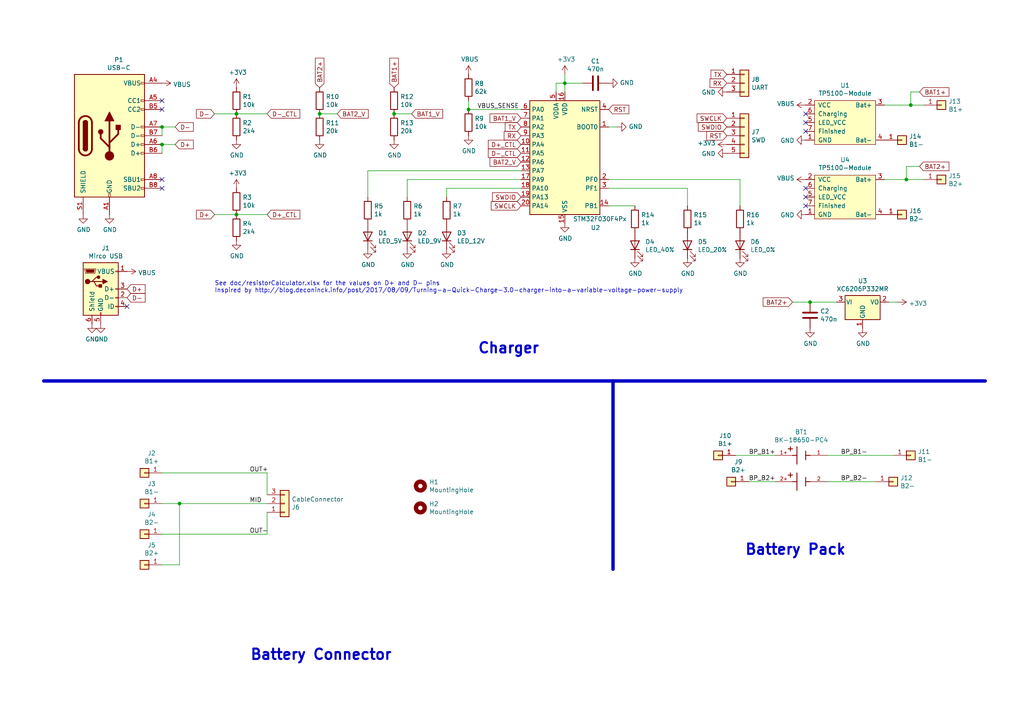
<source format=kicad_sch>
(kicad_sch (version 20230121) (generator eeschema)
  (paper "A4")
  (lib_symbols
    (symbol "Connector:USB_B_Micro" (pin_names (offset 1.016))
      (property "Reference" "J" (at -5.08 11.43 0))
      (property "Value" "USB_B_Micro" (at -5.08 8.89 0))
      (symbol "USB_B_Micro_0_1"
        (rectangle (start -5.08 -7.62) (end 5.08 7.62) (stroke (width 0.254)) (fill (type background)))
        (circle (center -3.81 2.159) (radius 0.635) (stroke (width 0.254)) (fill (type outline)))
        (circle (center -0.635 3.429) (radius 0.381) (stroke (width 0.254)) (fill (type outline)))
        (rectangle (start -0.127 -7.62) (end 0.127 -6.858))
        (polyline (pts (xy -1.905 2.159) (xy 0.635 2.159)) (stroke (width 0.254)))
        (polyline (pts (xy -3.175 2.159) (xy -2.54 2.159) (xy -1.27 3.429) (xy -0.635 3.429)) (stroke (width 0.254)))
        (polyline (pts (xy -2.54 2.159) (xy -1.905 2.159) (xy -1.27 0.889) (xy 0 0.889)) (stroke (width 0.254)))
        (polyline (pts (xy 0.635 2.794) (xy 0.635 1.524) (xy 1.905 2.159) (xy 0.635 2.794)) (stroke (width 0.254)) (fill (type outline)))
        (polyline (pts (xy -4.318 5.588) (xy -1.778 5.588) (xy -2.032 4.826) (xy -4.064 4.826) (xy -4.318 5.588)) (fill (type outline)))
        (polyline (pts (xy -4.699 5.842) (xy -4.699 5.588) (xy -4.445 4.826) (xy -4.445 4.572) (xy -1.651 4.572) (xy -1.651 4.826) (xy -1.397 5.588) (xy -1.397 5.842) (xy -4.699 5.842)))
        (rectangle (start 0.254 1.27) (end -0.508 0.508) (stroke (width 0.254)) (fill (type outline)))
        (rectangle (start 5.08 -5.207) (end 4.318 -4.953))
        (rectangle (start 5.08 -2.667) (end 4.318 -2.413))
        (rectangle (start 5.08 -0.127) (end 4.318 0.127))
        (rectangle (start 5.08 4.953) (end 4.318 5.207))
      )
      (symbol "USB_B_Micro_1_1"
        (pin power_out line (at 7.62 5.08 180) (length 2.54) (name "VBUS") (number "1"))
        (pin bidirectional line (at 7.62 -2.54 180) (length 2.54) (name "D-") (number "2"))
        (pin bidirectional line (at 7.62 0 180) (length 2.54) (name "D+") (number "3"))
        (pin passive line (at 7.62 -5.08 180) (length 2.54) (name "ID") (number "4"))
        (pin power_out line (at 0 -10.16 90) (length 2.54) (name "GND") (number "5"))
        (pin passive line (at -2.54 -10.16 90) (length 2.54) (name "Shield") (number "6"))
      )
    )
    (symbol "Connector:USB_C_Receptacle_USB2.0" (pin_names (offset 1.016))
      (property "Reference" "J" (at -10.16 19.05 0))
      (property "Value" "USB_C_Receptacle_USB2.0" (at 19.05 19.05 0))
      (symbol "USB_C_Receptacle_USB2.0_0_0"
        (rectangle (start -0.254 -17.78) (end 0.254 -16.764))
        (rectangle (start 10.16 -14.986) (end 9.144 -15.494))
        (rectangle (start 10.16 -12.446) (end 9.144 -12.954))
        (rectangle (start 10.16 -4.826) (end 9.144 -5.334))
        (rectangle (start 10.16 -2.286) (end 9.144 -2.794))
        (rectangle (start 10.16 0.254) (end 9.144 -0.254))
        (rectangle (start 10.16 2.794) (end 9.144 2.286))
        (rectangle (start 10.16 7.874) (end 9.144 7.366))
        (rectangle (start 10.16 10.414) (end 9.144 9.906))
        (rectangle (start 10.16 15.494) (end 9.144 14.986))
      )
      (symbol "USB_C_Receptacle_USB2.0_0_1"
        (rectangle (start -10.16 17.78) (end 10.16 -17.78) (stroke (width 0.254)) (fill (type background)))
        (arc (start -8.89 -3.81) (mid -6.985 -5.7067) (end -5.08 -3.81) (stroke (width 0.508)))
        (arc (start -7.62 -3.81) (mid -6.985 -4.4423) (end -6.35 -3.81) (stroke (width 0.254)))
        (arc (start -7.62 -3.81) (mid -6.985 -4.4423) (end -6.35 -3.81) (stroke (width 0.254)) (fill (type outline)))
        (rectangle (start -7.62 -3.81) (end -6.35 3.81) (stroke (width 0.254)) (fill (type outline)))
        (arc (start -6.35 3.81) (mid -6.985 4.4423) (end -7.62 3.81) (stroke (width 0.254)))
        (arc (start -6.35 3.81) (mid -6.985 4.4423) (end -7.62 3.81) (stroke (width 0.254)) (fill (type outline)))
        (arc (start -5.08 3.81) (mid -6.985 5.7067) (end -8.89 3.81) (stroke (width 0.508)))
        (circle (center -2.54 1.143) (radius 0.635) (stroke (width 0.254)) (fill (type outline)))
        (circle (center 0 -5.842) (radius 1.27) (fill (type outline)))
        (polyline (pts (xy -8.89 -3.81) (xy -8.89 3.81)) (stroke (width 0.508)))
        (polyline (pts (xy -5.08 3.81) (xy -5.08 -3.81)) (stroke (width 0.508)))
        (polyline (pts (xy 0 -5.842) (xy 0 4.318)) (stroke (width 0.508)))
        (polyline (pts (xy 0 -3.302) (xy -2.54 -0.762) (xy -2.54 0.508)) (stroke (width 0.508)))
        (polyline (pts (xy 0 -2.032) (xy 2.54 0.508) (xy 2.54 1.778)) (stroke (width 0.508)))
        (polyline (pts (xy -1.27 4.318) (xy 0 6.858) (xy 1.27 4.318) (xy -1.27 4.318)) (stroke (width 0.254)) (fill (type outline)))
        (rectangle (start 1.905 1.778) (end 3.175 3.048) (stroke (width 0.254)) (fill (type outline)))
      )
      (symbol "USB_C_Receptacle_USB2.0_1_1"
        (pin passive line (at 0 -22.86 90) (length 5.08) (name "GND") (number "A1"))
        (pin passive line (at 0 -22.86 90) (length 5.08) hide (name "GND") (number "A12"))
        (pin passive line (at 15.24 15.24 180) (length 5.08) (name "VBUS") (number "A4"))
        (pin bidirectional line (at 15.24 10.16 180) (length 5.08) (name "CC1") (number "A5"))
        (pin bidirectional line (at 15.24 -2.54 180) (length 5.08) (name "D+") (number "A6"))
        (pin bidirectional line (at 15.24 2.54 180) (length 5.08) (name "D-") (number "A7"))
        (pin bidirectional line (at 15.24 -12.7 180) (length 5.08) (name "SBU1") (number "A8"))
        (pin passive line (at 15.24 15.24 180) (length 5.08) hide (name "VBUS") (number "A9"))
        (pin passive line (at 0 -22.86 90) (length 5.08) hide (name "GND") (number "B1"))
        (pin passive line (at 0 -22.86 90) (length 5.08) hide (name "GND") (number "B12"))
        (pin passive line (at 15.24 15.24 180) (length 5.08) hide (name "VBUS") (number "B4"))
        (pin bidirectional line (at 15.24 7.62 180) (length 5.08) (name "CC2") (number "B5"))
        (pin bidirectional line (at 15.24 -5.08 180) (length 5.08) (name "D+") (number "B6"))
        (pin bidirectional line (at 15.24 0 180) (length 5.08) (name "D-") (number "B7"))
        (pin bidirectional line (at 15.24 -15.24 180) (length 5.08) (name "SBU2") (number "B8"))
        (pin passive line (at 15.24 15.24 180) (length 5.08) hide (name "VBUS") (number "B9"))
        (pin passive line (at -7.62 -22.86 90) (length 5.08) (name "SHIELD") (number "S1"))
      )
    )
    (symbol "Connector_Generic:Conn_01x01" (pin_names (offset 1.016) hide)
      (property "Reference" "J" (at 0 2.54 0))
      (property "Value" "Conn_01x01" (at 0 -2.54 0))
      (symbol "Conn_01x01_1_1"
        (rectangle (start -1.27 0.127) (end 0 -0.127) (stroke (width 0.1524)))
        (rectangle (start -1.27 1.27) (end 1.27 -1.27) (stroke (width 0.254)) (fill (type background)))
        (pin passive line (at -5.08 0 0) (length 3.81) (name "Pin_1") (number "1"))
      )
    )
    (symbol "Connector_Generic:Conn_01x03" (pin_names (offset 1.016) hide)
      (property "Reference" "J" (at 0 5.08 0))
      (property "Value" "Conn_01x03" (at 0 -5.08 0))
      (symbol "Conn_01x03_1_1"
        (rectangle (start -1.27 -2.413) (end 0 -2.667) (stroke (width 0.1524)))
        (rectangle (start -1.27 0.127) (end 0 -0.127) (stroke (width 0.1524)))
        (rectangle (start -1.27 2.667) (end 0 2.413) (stroke (width 0.1524)))
        (rectangle (start -1.27 3.81) (end 1.27 -3.81) (stroke (width 0.254)) (fill (type background)))
        (pin passive line (at -5.08 2.54 0) (length 3.81) (name "Pin_1") (number "1"))
        (pin passive line (at -5.08 0 0) (length 3.81) (name "Pin_2") (number "2"))
        (pin passive line (at -5.08 -2.54 0) (length 3.81) (name "Pin_3") (number "3"))
      )
    )
    (symbol "Connector_Generic:Conn_01x05" (pin_names (offset 1.016) hide)
      (property "Reference" "J" (at 0 7.62 0))
      (property "Value" "Conn_01x05" (at 0 -7.62 0))
      (symbol "Conn_01x05_1_1"
        (rectangle (start -1.27 -4.953) (end 0 -5.207) (stroke (width 0.1524)))
        (rectangle (start -1.27 -2.413) (end 0 -2.667) (stroke (width 0.1524)))
        (rectangle (start -1.27 0.127) (end 0 -0.127) (stroke (width 0.1524)))
        (rectangle (start -1.27 2.667) (end 0 2.413) (stroke (width 0.1524)))
        (rectangle (start -1.27 5.207) (end 0 4.953) (stroke (width 0.1524)))
        (rectangle (start -1.27 6.35) (end 1.27 -6.35) (stroke (width 0.254)) (fill (type background)))
        (pin passive line (at -5.08 5.08 0) (length 3.81) (name "Pin_1") (number "1"))
        (pin passive line (at -5.08 2.54 0) (length 3.81) (name "Pin_2") (number "2"))
        (pin passive line (at -5.08 0 0) (length 3.81) (name "Pin_3") (number "3"))
        (pin passive line (at -5.08 -2.54 0) (length 3.81) (name "Pin_4") (number "4"))
        (pin passive line (at -5.08 -5.08 0) (length 3.81) (name "Pin_5") (number "5"))
      )
    )
    (symbol "Device:C" (pin_numbers hide) (pin_names (offset 0.254))
      (property "Reference" "C" (at 0.635 2.54 0))
      (property "Value" "C" (at 0.635 -2.54 0))
      (symbol "C_0_1"
        (polyline (pts (xy -2.032 -0.762) (xy 2.032 -0.762)) (stroke (width 0.508)))
        (polyline (pts (xy -2.032 0.762) (xy 2.032 0.762)) (stroke (width 0.508)))
      )
      (symbol "C_1_1"
        (pin passive line (at 0 3.81 270) (length 2.794) (name "~") (number "1"))
        (pin passive line (at 0 -3.81 90) (length 2.794) (name "~") (number "2"))
      )
    )
    (symbol "Device:LED" (pin_numbers hide) (pin_names (offset 1.016) hide)
      (property "Reference" "D" (at 0 2.54 0))
      (property "Value" "LED" (at 0 -2.54 0))
      (symbol "LED_0_1"
        (polyline (pts (xy -1.27 -1.27) (xy -1.27 1.27)) (stroke (width 0.254)))
        (polyline (pts (xy -1.27 0) (xy 1.27 0)))
        (polyline (pts (xy 1.27 -1.27) (xy 1.27 1.27) (xy -1.27 0) (xy 1.27 -1.27)) (stroke (width 0.254)))
        (polyline (pts (xy -3.048 -0.762) (xy -4.572 -2.286) (xy -3.81 -2.286) (xy -4.572 -2.286) (xy -4.572 -1.524)))
        (polyline (pts (xy -1.778 -0.762) (xy -3.302 -2.286) (xy -2.54 -2.286) (xy -3.302 -2.286) (xy -3.302 -1.524)))
      )
      (symbol "LED_1_1"
        (pin passive line (at -3.81 0 0) (length 2.54) (name "K") (number "1"))
        (pin passive line (at 3.81 0 180) (length 2.54) (name "A") (number "2"))
      )
    )
    (symbol "Device:R" (pin_numbers hide) (pin_names (offset 0))
      (property "Reference" "R" (at 2.032 0 90))
      (property "Value" "R" (at 0 0 90))
      (symbol "R_0_1"
        (rectangle (start -1.016 -2.54) (end 1.016 2.54) (stroke (width 0.254)))
      )
      (symbol "R_1_1"
        (pin passive line (at 0 3.81 270) (length 1.27) (name "~") (number "1"))
        (pin passive line (at 0 -3.81 90) (length 1.27) (name "~") (number "2"))
      )
    )
    (symbol "MCU_ST_STM32F0:STM32F030F4Px"
      (property "Reference" "U" (at -10.16 16.51 0))
      (property "Value" "STM32F030F4Px" (at 5.08 16.51 0))
      (symbol "STM32F030F4Px_0_1"
        (rectangle (start -10.16 -17.78) (end 10.16 15.24) (stroke (width 0.254)) (fill (type background)))
      )
      (symbol "STM32F030F4Px_1_1"
        (pin input line (at -12.7 7.62 0) (length 2.54) (name "BOOT0") (number "1"))
        (pin bidirectional line (at 12.7 2.54 180) (length 2.54) (name "PA4") (number "10"))
        (pin bidirectional line (at 12.7 0 180) (length 2.54) (name "PA5") (number "11"))
        (pin bidirectional line (at 12.7 -2.54 180) (length 2.54) (name "PA6") (number "12"))
        (pin bidirectional line (at 12.7 -5.08 180) (length 2.54) (name "PA7") (number "13"))
        (pin bidirectional line (at -12.7 -15.24 0) (length 2.54) (name "PB1") (number "14"))
        (pin power_in line (at 0 -20.32 90) (length 2.54) (name "VSS") (number "15"))
        (pin power_in line (at 0 17.78 270) (length 2.54) (name "VDD") (number "16"))
        (pin bidirectional line (at 12.7 -7.62 180) (length 2.54) (name "PA9") (number "17"))
        (pin bidirectional line (at 12.7 -10.16 180) (length 2.54) (name "PA10") (number "18"))
        (pin bidirectional line (at 12.7 -12.7 180) (length 2.54) (name "PA13") (number "19"))
        (pin input line (at -12.7 -7.62 0) (length 2.54) (name "PF0") (number "2"))
        (pin bidirectional line (at 12.7 -15.24 180) (length 2.54) (name "PA14") (number "20"))
        (pin input line (at -12.7 -10.16 0) (length 2.54) (name "PF1") (number "3"))
        (pin input line (at -12.7 12.7 0) (length 2.54) (name "NRST") (number "4"))
        (pin power_in line (at 2.54 17.78 270) (length 2.54) (name "VDDA") (number "5"))
        (pin bidirectional line (at 12.7 12.7 180) (length 2.54) (name "PA0") (number "6"))
        (pin bidirectional line (at 12.7 10.16 180) (length 2.54) (name "PA1") (number "7"))
        (pin bidirectional line (at 12.7 7.62 180) (length 2.54) (name "PA2") (number "8"))
        (pin bidirectional line (at 12.7 5.08 180) (length 2.54) (name "PA3") (number "9"))
      )
    )
    (symbol "Mechanical:MountingHole" (pin_names (offset 1.016))
      (property "Reference" "H" (at 0 5.08 0))
      (property "Value" "MountingHole" (at 0 3.175 0))
      (symbol "MountingHole_0_1"
        (circle (center 0 0) (radius 1.27) (stroke (width 1.27)))
      )
    )
    (symbol "Regulator_Linear:XC6206PxxxMR" (pin_names (offset 0.254))
      (property "Reference" "U" (at -3.81 3.175 0))
      (property "Value" "XC6206PxxxMR" (at 0 3.175 0))
      (symbol "XC6206PxxxMR_0_1"
        (rectangle (start -5.08 1.905) (end 5.08 -5.08) (stroke (width 0.254)) (fill (type background)))
      )
      (symbol "XC6206PxxxMR_1_1"
        (pin power_in line (at 0 -7.62 90) (length 2.54) (name "GND") (number "1"))
        (pin power_out line (at 7.62 0 180) (length 2.54) (name "VO") (number "2"))
        (pin power_in line (at -7.62 0 0) (length 2.54) (name "VI") (number "3"))
      )
    )
    (symbol "batteryPack:BK-18650-PC4" (pin_names (offset 1.016) hide)
      (property "Reference" "BT" (at -3.81 6.35 0))
      (property "Value" "BK-18650-PC4" (at -3.81 -10.16 0))
      (symbol "BK-18650-PC4_0_0"
        (polyline (pts (xy -3.81 -3.175) (xy -2.54 -3.175)) (stroke (width 0.254)))
        (polyline (pts (xy -3.81 4.445) (xy -2.54 4.445)) (stroke (width 0.254)))
        (polyline (pts (xy -3.175 -2.54) (xy -3.175 -3.81)) (stroke (width 0.254)))
        (polyline (pts (xy -3.175 5.08) (xy -3.175 3.81)) (stroke (width 0.254)))
        (polyline (pts (xy -1.27 -5.08) (xy -2.54 -5.08)) (stroke (width 0.254)))
        (polyline (pts (xy -1.27 -5.08) (xy -1.27 -7.62)) (stroke (width 0.254)))
        (polyline (pts (xy -1.27 -2.54) (xy -1.27 -5.08)) (stroke (width 0.254)))
        (polyline (pts (xy -1.27 2.54) (xy -2.54 2.54)) (stroke (width 0.254)))
        (polyline (pts (xy -1.27 2.54) (xy -1.27 0)) (stroke (width 0.254)))
        (polyline (pts (xy -1.27 5.08) (xy -1.27 2.54)) (stroke (width 0.254)))
        (polyline (pts (xy 1.27 -5.08) (xy 1.27 -6.35)) (stroke (width 0.254)))
        (polyline (pts (xy 1.27 -5.08) (xy 2.54 -5.08)) (stroke (width 0.254)))
        (polyline (pts (xy 1.27 -3.81) (xy 1.27 -5.08)) (stroke (width 0.254)))
        (polyline (pts (xy 1.27 2.54) (xy 1.27 1.27)) (stroke (width 0.254)))
        (polyline (pts (xy 1.27 2.54) (xy 2.54 2.54)) (stroke (width 0.254)))
        (polyline (pts (xy 1.27 3.81) (xy 1.27 2.54)) (stroke (width 0.254)))
        (pin passive line (at 7.62 2.54 180) (length 5.08) (name "1-") (number "1"))
        (pin passive line (at -7.62 2.54 0) (length 5.08) (name "1+") (number "1+"))
        (pin passive line (at 7.62 -5.08 180) (length 5.08) (name "2-") (number "2"))
        (pin passive line (at -7.62 -5.08 0) (length 5.08) (name "2+") (number "2+"))
      )
    )
    (symbol "batteryPack:TP5100-Module" (pin_names (offset 1.016))
      (property "Reference" "U" (at 0 7.62 0))
      (property "Value" "TP5100-Module" (at 0 -7.62 0))
      (symbol "TP5100-Module_0_1"
        (rectangle (start 8.89 6.35) (end -8.89 -6.35) (fill (type background)))
      )
      (symbol "TP5100-Module_1_0"
        (pin power_out line (at 11.43 -5.08 180) (length 2.54) (name "Bat-") (number "4"))
      )
      (symbol "TP5100-Module_1_1"
        (pin power_in line (at -11.43 -5.08 0) (length 2.54) (name "GND") (number "1"))
        (pin power_in line (at -11.43 5.08 0) (length 2.54) (name "VCC") (number "2"))
        (pin power_out line (at 11.43 5.08 180) (length 2.54) (name "Bat+") (number "3"))
        (pin output line (at -11.43 0 0) (length 2.54) (name "LED_VCC") (number "5"))
        (pin open_collector line (at -11.43 2.54 0) (length 2.54) (name "Charging") (number "6"))
        (pin open_collector line (at -11.43 -2.54 0) (length 2.54) (name "Finished") (number "7"))
      )
    )
    (symbol "power:+3V3" (power) (pin_names (offset 0))
      (property "Value" "+3V3" (at 0 3.556 0))
      (symbol "+3V3_0_1"
        (polyline (pts (xy -0.762 1.27) (xy 0 2.54)))
        (polyline (pts (xy 0 0) (xy 0 2.54)))
        (polyline (pts (xy 0 2.54) (xy 0.762 1.27)))
      )
      (symbol "+3V3_1_1"
        (pin power_in line (at 0 0 90) (length 0) hide (name "+3V3") (number "1"))
      )
    )
    (symbol "power:GND" (power) (pin_names (offset 0))
      (property "Value" "GND" (at 0 -3.81 0))
      (symbol "GND_0_1"
        (polyline (pts (xy 0 0) (xy 0 -1.27) (xy 1.27 -1.27) (xy 0 -2.54) (xy -1.27 -1.27) (xy 0 -1.27)))
      )
      (symbol "GND_1_1"
        (pin power_in line (at 0 0 270) (length 0) hide (name "GND") (number "1"))
      )
    )
    (symbol "power:VBUS" (power) (pin_names (offset 0))
      (property "Value" "VBUS" (at 0 3.81 0))
      (symbol "VBUS_0_1"
        (polyline (pts (xy -0.762 1.27) (xy 0 2.54)))
        (polyline (pts (xy 0 0) (xy 0 2.54)))
        (polyline (pts (xy 0 2.54) (xy 0.762 1.27)))
      )
      (symbol "VBUS_1_1"
        (pin power_in line (at 0 0 90) (length 0) hide (name "VBUS") (number "1"))
      )
    )
  )
  (junction (at 114.3 33.02))
  (junction (at 262.89 52.07))
  (junction (at 234.95 87.63))
  (junction (at 46.99 36.83))
  (junction (at 92.71 33.02))
  (junction (at 46.99 41.91))
  (junction (at 52.07 146.05))
  (junction (at 68.58 62.23))
  (junction (at 68.58 33.02))
  (junction (at 163.83 24.13))
  (junction (at 264.16 30.48))
  (junction (at 135.89 31.75))
  (no_connect (at 46.99 52.07))
  (no_connect (at 233.68 35.56))
  (no_connect (at 233.68 38.1))
  (no_connect (at 233.68 33.02))
  (no_connect (at 233.68 54.61))
  (no_connect (at 46.99 54.61))
  (no_connect (at 46.99 31.75))
  (no_connect (at 46.99 29.21))
  (no_connect (at 233.68 59.69))
  (no_connect (at 233.68 57.15))
  (no_connect (at 36.83 88.9))
  (wire (pts (xy 266.7 48.26) (xy 262.89 48.26)))
  (wire (pts (xy 163.83 26.67) (xy 163.83 24.13)))
  (wire (pts (xy 106.68 49.53) (xy 106.68 57.15)))
  (wire (pts (xy 176.53 52.07) (xy 214.63 52.07)))
  (wire (pts (xy 151.13 49.53) (xy 106.68 49.53)))
  (wire (pts (xy 151.13 52.07) (xy 118.11 52.07)))
  (wire (pts (xy 46.99 154.94) (xy 77.47 154.94)))
  (wire (pts (xy 46.99 44.45) (xy 46.99 41.91)))
  (wire (pts (xy 46.99 39.37) (xy 46.99 36.83)))
  (wire (pts (xy 199.39 54.61) (xy 199.39 59.69)))
  (wire (pts (xy 163.83 21.59) (xy 163.83 24.13)))
  (wire (pts (xy 267.97 30.48) (xy 264.16 30.48)))
  (wire (pts (xy 262.89 48.26) (xy 262.89 52.07)))
  (wire (pts (xy 46.99 146.05) (xy 52.07 146.05)))
  (wire (pts (xy 163.83 24.13) (xy 161.29 24.13)))
  (wire (pts (xy 234.95 87.63) (xy 229.87 87.63)))
  (wire (pts (xy 224.79 139.7) (xy 217.17 139.7)))
  (wire (pts (xy 119.38 33.02) (xy 114.3 33.02)))
  (wire (pts (xy 118.11 52.07) (xy 118.11 57.15)))
  (wire (pts (xy 184.15 59.69) (xy 176.53 59.69)))
  (wire (pts (xy 97.79 33.02) (xy 92.71 33.02)))
  (wire (pts (xy 77.47 148.59) (xy 77.47 154.94)))
  (wire (pts (xy 77.47 146.05) (xy 52.07 146.05)))
  (wire (pts (xy 224.79 132.08) (xy 213.36 132.08)))
  (wire (pts (xy 68.58 62.23) (xy 77.47 62.23)))
  (wire (pts (xy 262.89 52.07) (xy 256.54 52.07)))
  (wire (pts (xy 242.57 87.63) (xy 234.95 87.63)))
  (wire (pts (xy 50.8 41.91) (xy 46.99 41.91)))
  (wire (pts (xy 214.63 52.07) (xy 214.63 59.69)))
  (wire (pts (xy 259.08 132.08) (xy 240.03 132.08)))
  (wire (pts (xy 77.47 137.16) (xy 77.47 143.51)))
  (wire (pts (xy 68.58 33.02) (xy 77.47 33.02)))
  (polyline (pts (xy 177.8 165.1) (xy 177.8 110.49)) (stroke (width 0.9906)))
  (wire (pts (xy 52.07 163.83) (xy 46.99 163.83)))
  (polyline (pts (xy 12.7 110.49) (xy 285.75 110.49)) (stroke (width 0.9906)))
  (wire (pts (xy 260.35 87.63) (xy 257.81 87.63)))
  (wire (pts (xy 264.16 26.67) (xy 264.16 30.48)))
  (wire (pts (xy 161.29 24.13) (xy 161.29 26.67)))
  (wire (pts (xy 135.89 31.75) (xy 151.13 31.75)))
  (wire (pts (xy 267.97 52.07) (xy 262.89 52.07)))
  (wire (pts (xy 168.91 24.13) (xy 163.83 24.13)))
  (wire (pts (xy 254 139.7) (xy 240.03 139.7)))
  (wire (pts (xy 179.07 36.83) (xy 176.53 36.83)))
  (wire (pts (xy 50.8 36.83) (xy 46.99 36.83)))
  (wire (pts (xy 266.7 26.67) (xy 264.16 26.67)))
  (wire (pts (xy 135.89 29.21) (xy 135.89 31.75)))
  (wire (pts (xy 52.07 146.05) (xy 52.07 163.83)))
  (wire (pts (xy 129.54 54.61) (xy 129.54 57.15)))
  (wire (pts (xy 151.13 54.61) (xy 129.54 54.61)))
  (wire (pts (xy 68.58 62.23) (xy 62.23 62.23)))
  (wire (pts (xy 264.16 30.48) (xy 256.54 30.48)))
  (wire (pts (xy 46.99 137.16) (xy 77.47 137.16)))
  (wire (pts (xy 176.53 54.61) (xy 199.39 54.61)))
  (wire (pts (xy 68.58 33.02) (xy 62.23 33.02)))
  (text "See doc/resistorCalculator.xlsx for the values on D+ and D- pins\nInspired by http://blog.deconinck.info/post/2017/08/09/Turning-a-Quick-Charge-3.0-charger-into-a-variable-voltage-power-supply" (at 62.23 85.09 0) (effects (font (size 1.27 1.27)) (justify left bottom)))
  (text "Battery Pack" (at 215.9 161.29 0) (effects (font (size 2.9972 2.9972) (thickness 0.5994) bold) (justify left bottom)))
  (text "Charger" (at 138.43 102.87 0) (effects (font (size 2.9972 2.9972) (thickness 0.5994) bold) (justify left bottom)))
  (text "Battery Connector" (at 72.39 191.77 0) (effects (font (size 2.9972 2.9972) (thickness 0.5994) bold) (justify left bottom)))
  (label "MID" (at 72.39 146.05 0))
  (label "OUT-" (at 72.39 154.94 0))
  (label "OUT+" (at 72.39 137.16 0))
  (label "BP_B1-" (at 243.84 132.08 0))
  (label "BP_B1+" (at 217.17 132.08 0))
  (label "BP_B2+" (at 217.17 139.7 0))
  (label "BP_B2-" (at 243.84 139.7 0))
  (label "VBUS_SENSE" (at 138.43 31.75 0))
  (global_label "BAT2+" (shape input) (at 92.71 25.4 90) (property "Intersheetrefs" "${INTERSHEET_REFS}" (effects hide)) (property "Referencias entre hojas" "${INTERSHEET_REFS}" (effects hide)))
  (global_label "D-" (shape input) (at 62.23 33.02 180) (property "Intersheetrefs" "${INTERSHEET_REFS}" (effects hide)) (property "Referencias entre hojas" "${INTERSHEET_REFS}" (effects hide)))
  (global_label "D-" (shape input) (at 36.83 86.36 0) (property "Intersheetrefs" "${INTERSHEET_REFS}" (effects hide)) (property "Referencias entre hojas" "${INTERSHEET_REFS}" (effects hide)))
  (global_label "D-_CTL" (shape input) (at 77.47 33.02 0) (property "Intersheetrefs" "${INTERSHEET_REFS}" (effects hide)) (property "Referencias entre hojas" "${INTERSHEET_REFS}" (effects hide)))
  (global_label "BAT2+" (shape input) (at 266.7 48.26 0) (property "Intersheetrefs" "${INTERSHEET_REFS}" (effects hide)) (property "Referencias entre hojas" "${INTERSHEET_REFS}" (effects hide)))
  (global_label "BAT2_V" (shape input) (at 97.79 33.02 0) (property "Intersheetrefs" "${INTERSHEET_REFS}" (effects hide)) (property "Referencias entre hojas" "${INTERSHEET_REFS}" (effects hide)))
  (global_label "D+" (shape input) (at 62.23 62.23 180) (property "Intersheetrefs" "${INTERSHEET_REFS}" (effects hide)) (property "Referencias entre hojas" "${INTERSHEET_REFS}" (effects hide)))
  (global_label "D+" (shape input) (at 36.83 83.82 0) (property "Intersheetrefs" "${INTERSHEET_REFS}" (effects hide)) (property "Referencias entre hojas" "${INTERSHEET_REFS}" (effects hide)))
  (global_label "SWCLK" (shape input) (at 151.13 59.69 180) (property "Intersheetrefs" "${INTERSHEET_REFS}" (effects hide)) (property "Referencias entre hojas" "${INTERSHEET_REFS}" (effects hide)))
  (global_label "SWDIO" (shape input) (at 210.82 36.83 180) (property "Intersheetrefs" "${INTERSHEET_REFS}" (effects hide)) (property "Referencias entre hojas" "${INTERSHEET_REFS}" (effects hide)))
  (global_label "SWCLK" (shape input) (at 210.82 34.29 180) (property "Intersheetrefs" "${INTERSHEET_REFS}" (effects hide)) (property "Referencias entre hojas" "${INTERSHEET_REFS}" (effects hide)))
  (global_label "BAT2_V" (shape input) (at 151.13 46.99 180) (property "Intersheetrefs" "${INTERSHEET_REFS}" (effects hide)) (property "Referencias entre hojas" "${INTERSHEET_REFS}" (effects hide)))
  (global_label "D+_CTL" (shape input) (at 77.47 62.23 0) (property "Intersheetrefs" "${INTERSHEET_REFS}" (effects hide)) (property "Referencias entre hojas" "${INTERSHEET_REFS}" (effects hide)))
  (global_label "RX" (shape input) (at 151.13 39.37 180) (property "Intersheetrefs" "${INTERSHEET_REFS}" (effects hide)) (property "Referencias entre hojas" "${INTERSHEET_REFS}" (effects hide)))
  (global_label "BAT1_V" (shape input) (at 119.38 33.02 0) (property "Intersheetrefs" "${INTERSHEET_REFS}" (effects hide)) (property "Referencias entre hojas" "${INTERSHEET_REFS}" (effects hide)))
  (global_label "TX" (shape input) (at 151.13 36.83 180) (property "Intersheetrefs" "${INTERSHEET_REFS}" (effects hide)) (property "Referencias entre hojas" "${INTERSHEET_REFS}" (effects hide)))
  (global_label "TX" (shape input) (at 210.82 21.59 180) (property "Intersheetrefs" "${INTERSHEET_REFS}" (effects hide)) (property "Referencias entre hojas" "${INTERSHEET_REFS}" (effects hide)))
  (global_label "SWDIO" (shape input) (at 151.13 57.15 180) (property "Intersheetrefs" "${INTERSHEET_REFS}" (effects hide)) (property "Referencias entre hojas" "${INTERSHEET_REFS}" (effects hide)))
  (global_label "D+_CTL" (shape input) (at 151.13 41.91 180) (property "Intersheetrefs" "${INTERSHEET_REFS}" (effects hide)) (property "Referencias entre hojas" "${INTERSHEET_REFS}" (effects hide)))
  (global_label "BAT1+" (shape input) (at 114.3 25.4 90) (property "Intersheetrefs" "${INTERSHEET_REFS}" (effects hide)) (property "Referencias entre hojas" "${INTERSHEET_REFS}" (effects hide)))
  (global_label "RST" (shape input) (at 210.82 39.37 180) (property "Intersheetrefs" "${INTERSHEET_REFS}" (effects hide)) (property "Referencias entre hojas" "${INTERSHEET_REFS}" (effects hide)))
  (global_label "D-_CTL" (shape input) (at 151.13 44.45 180) (property "Intersheetrefs" "${INTERSHEET_REFS}" (effects hide)) (property "Referencias entre hojas" "${INTERSHEET_REFS}" (effects hide)))
  (global_label "BAT1_V" (shape input) (at 151.13 34.29 180) (property "Intersheetrefs" "${INTERSHEET_REFS}" (effects hide)) (property "Referencias entre hojas" "${INTERSHEET_REFS}" (effects hide)))
  (global_label "D-" (shape input) (at 50.8 36.83 0) (property "Intersheetrefs" "${INTERSHEET_REFS}" (effects hide)) (property "Referencias entre hojas" "${INTERSHEET_REFS}" (effects hide)))
  (global_label "BAT1+" (shape input) (at 266.7 26.67 0) (property "Intersheetrefs" "${INTERSHEET_REFS}" (effects hide)) (property "Referencias entre hojas" "${INTERSHEET_REFS}" (effects hide)))
  (global_label "D+" (shape input) (at 50.8 41.91 0) (property "Intersheetrefs" "${INTERSHEET_REFS}" (effects hide)) (property "Referencias entre hojas" "${INTERSHEET_REFS}" (effects hide)))
  (global_label "RST" (shape input) (at 176.53 31.75 0) (property "Intersheetrefs" "${INTERSHEET_REFS}" (effects hide)) (property "Referencias entre hojas" "${INTERSHEET_REFS}" (effects hide)))
  (global_label "BAT2+" (shape input) (at 229.87 87.63 180) (property "Intersheetrefs" "${INTERSHEET_REFS}" (effects hide)) (property "Referencias entre hojas" "${INTERSHEET_REFS}" (effects hide)))
  (global_label "RX" (shape input) (at 210.82 24.13 180) (property "Intersheetrefs" "${INTERSHEET_REFS}" (effects hide)) (property "Referencias entre hojas" "${INTERSHEET_REFS}" (effects hide)))
  (symbol (lib_id "batteryPack:BK-18650-PC4") (at 232.41 134.62 0) (unit 1)
    (property "Reference" "BT1" (at 232.41 125.2982 0))
    (property "Value" "BK-18650-PC4" (at 232.41 127.6096 0))
    (property "Footprint" "BAT_BK-18650-PC4" (effects hide))
    (property "Datasheet" "Manufacturer Recommendations" (effects hide))
    (property "Pole4" "21.54 mm" (effects hide))
    (property "Pole5" "K" (effects hide))
    (property "Pole6" "MPD" (effects hide))
  )
  (symbol (lib_id "batteryPack:TP5100-Module") (at 245.11 35.56 0) (unit 1)
    (property "Reference" "U1" (at 245.11 24.765 0))
    (property "Value" "TP5100-Module" (at 245.11 27.0764 0))
    (property "Footprint" "batteryPack:TP5100-Module" (effects hide))
  )
  (symbol (lib_id "Connector_Generic:Conn_01x01") (at 208.28 132.08 180) (unit 1)
    (property "Reference" "J10" (at 210.3628 126.365 0))
    (property "Value" "B1+" (at 210.3628 128.6764 0))
    (property "Footprint" "batteryPack:2mm_Banana-Socket" (effects hide))
  )
  (symbol (lib_id "Connector_Generic:Conn_01x01") (at 212.09 139.7 180) (unit 1)
    (property "Reference" "J9" (at 214.1728 133.985 0))
    (property "Value" "B2+" (at 214.1728 136.2964 0))
    (property "Footprint" "batteryPack:2mm_Banana-Socket" (effects hide))
  )
  (symbol (lib_id "Connector_Generic:Conn_01x01") (at 264.16 132.08 0) (unit 1)
    (property "Reference" "J11" (at 266.192 131.0132 0) (effects (justify left)))
    (property "Value" "B1-" (at 266.192 133.3246 0) (effects (justify left)))
    (property "Footprint" "batteryPack:2mm_Banana-Socket" (effects hide))
  )
  (symbol (lib_id "Connector_Generic:Conn_01x01") (at 259.08 139.7 0) (unit 1)
    (property "Reference" "J12" (at 261.112 138.6332 0) (effects (justify left)))
    (property "Value" "B2-" (at 261.112 140.9446 0) (effects (justify left)))
    (property "Footprint" "batteryPack:2mm_Banana-Socket" (effects hide))
  )
  (symbol (lib_id "batteryPack:TP5100-Module") (at 245.11 57.15 0) (unit 1)
    (property "Reference" "U4" (at 245.11 46.355 0))
    (property "Value" "TP5100-Module" (at 245.11 48.6664 0))
    (property "Footprint" "batteryPack:TP5100-Module" (effects hide))
  )
  (symbol (lib_id "Connector:USB_C_Receptacle_USB2.0") (at 31.75 39.37 0) (unit 1)
    (property "Reference" "P1" (at 34.4678 17.3482 0))
    (property "Value" "USB-C" (at 34.4678 19.6596 0))
    (property "Footprint" "batteryPack:USB_C_Female-16Pin-HPJF" (effects hide))
    (property "Datasheet" "https://www.usb.org/sites/default/files/documents/usb_type-c.zip" (effects hide))
  )
  (symbol (lib_id "Connector_Generic:Conn_01x01") (at 273.05 30.48 0) (unit 1)
    (property "Reference" "J13" (at 275.082 29.4132 0) (effects (justify left)))
    (property "Value" "B1+" (at 275.082 31.7246 0) (effects (justify left)))
    (property "Footprint" "batteryPack:2mm_Banana-Plug" (effects hide))
  )
  (symbol (lib_id "Connector_Generic:Conn_01x01") (at 261.62 40.64 0) (unit 1)
    (property "Reference" "J14" (at 263.652 39.5732 0) (effects (justify left)))
    (property "Value" "B1-" (at 263.652 41.8846 0) (effects (justify left)))
    (property "Footprint" "batteryPack:2mm_Banana-Plug" (effects hide))
  )
  (symbol (lib_id "Connector_Generic:Conn_01x01") (at 273.05 52.07 0) (unit 1)
    (property "Reference" "J15" (at 275.082 51.0032 0) (effects (justify left)))
    (property "Value" "B2+" (at 275.082 53.3146 0) (effects (justify left)))
    (property "Footprint" "batteryPack:2mm_Banana-Plug" (effects hide))
  )
  (symbol (lib_id "Connector_Generic:Conn_01x01") (at 261.62 62.23 0) (unit 1)
    (property "Reference" "J16" (at 263.652 61.1632 0) (effects (justify left)))
    (property "Value" "B2-" (at 263.652 63.4746 0) (effects (justify left)))
    (property "Footprint" "batteryPack:2mm_Banana-Plug" (effects hide))
  )
  (symbol (lib_id "MCU_ST_STM32F0:STM32F030F4Px") (at 163.83 44.45 0) (mirror y) (unit 1)
    (property "Reference" "U2" (at 172.72 66.04 0))
    (property "Value" "STM32F030F4Px" (at 173.99 63.5 0))
    (property "Footprint" "Package_SO:TSSOP-20_4.4x6.5mm_P0.65mm" (effects hide))
    (property "Datasheet" "http://www.st.com/st-web-ui/static/active/en/resource/technical/document/datasheet/DM00088500.pdf" (effects hide))
  )
  (symbol (lib_id "power:GND") (at 31.75 62.23 0) (unit 1)
    (property "Reference" "#PWR0101" (effects hide))
    (property "Value" "GND" (at 31.877 66.6242 0))
  )
  (symbol (lib_id "power:GND") (at 233.68 62.23 270) (unit 1)
    (property "Reference" "#PWR0102" (effects hide))
    (property "Value" "GND" (at 230.4288 62.357 90) (effects (justify right)))
  )
  (symbol (lib_id "power:GND") (at 233.68 40.64 270) (unit 1)
    (property "Reference" "#PWR0103" (effects hide))
    (property "Value" "GND" (at 230.4288 40.767 90) (effects (justify right)))
  )
  (symbol (lib_id "power:VBUS") (at 233.68 30.48 90) (unit 1)
    (property "Reference" "#PWR0104" (effects hide))
    (property "Value" "VBUS" (at 230.4542 30.099 90) (effects (justify left)))
  )
  (symbol (lib_id "power:VBUS") (at 233.68 52.07 90) (unit 1)
    (property "Reference" "#PWR0105" (effects hide))
    (property "Value" "VBUS" (at 230.4542 51.689 90) (effects (justify left)))
  )
  (symbol (lib_id "power:VBUS") (at 46.99 24.13 270) (unit 1)
    (property "Reference" "#PWR0106" (effects hide))
    (property "Value" "VBUS" (at 50.2412 24.511 90) (effects (justify left)))
  )
  (symbol (lib_id "Connector:USB_B_Micro") (at 29.21 83.82 0) (unit 1)
    (property "Reference" "J1" (at 30.6578 71.9582 0))
    (property "Value" "Mirco USB" (at 30.6578 74.2696 0))
    (property "Footprint" "Connector_USB:USB_Micro-B_Wuerth_629105150521_CircularHoles" (effects hide))
  )
  (symbol (lib_id "power:GND") (at 24.13 62.23 0) (unit 1)
    (property "Reference" "#PWR0107" (effects hide))
    (property "Value" "GND" (at 24.257 66.6242 0))
  )
  (symbol (lib_id "power:GND") (at 29.21 93.98 0) (unit 1)
    (property "Reference" "#PWR0108" (effects hide))
    (property "Value" "GND" (at 29.337 98.3742 0))
  )
  (symbol (lib_id "power:GND") (at 26.67 93.98 0) (unit 1)
    (property "Reference" "#PWR0109" (effects hide))
    (property "Value" "GND" (at 26.797 98.3742 0))
  )
  (symbol (lib_id "power:VBUS") (at 36.83 78.74 270) (unit 1)
    (property "Reference" "#PWR0110" (effects hide))
    (property "Value" "VBUS" (at 40.0812 79.121 90) (effects (justify left)))
  )
  (symbol (lib_id "Connector_Generic:Conn_01x05") (at 215.9 39.37 0) (unit 1)
    (property "Reference" "J7" (at 217.932 38.3032 0) (effects (justify left)))
    (property "Value" "SWD" (at 217.932 40.6146 0) (effects (justify left)))
    (property "Footprint" "Connector_PinHeader_2.54mm:PinHeader_1x05_P2.54mm_Vertical" (effects hide))
  )
  (symbol (lib_id "Device:C") (at 172.72 24.13 270) (unit 1)
    (property "Reference" "C1" (at 172.72 17.7292 90))
    (property "Value" "470n" (at 172.72 20.0406 90))
    (property "Footprint" "Capacitor_SMD:C_0603_1608Metric_Pad1.05x0.95mm_HandSolder" (effects hide))
  )
  (symbol (lib_id "power:GND") (at 163.83 64.77 0) (unit 1)
    (property "Reference" "#PWR0111" (effects hide))
    (property "Value" "GND" (at 163.957 69.1642 0))
  )
  (symbol (lib_id "power:GND") (at 176.53 24.13 90) (unit 1)
    (property "Reference" "#PWR0112" (effects hide))
    (property "Value" "GND" (at 179.7812 24.003 90) (effects (justify right)))
  )
  (symbol (lib_id "power:GND") (at 179.07 36.83 90) (unit 1)
    (property "Reference" "#PWR0113" (effects hide))
    (property "Value" "GND" (at 182.3212 36.703 90) (effects (justify right)))
  )
  (symbol (lib_id "power:+3V3") (at 163.83 21.59 0) (unit 1)
    (property "Reference" "#PWR0114" (effects hide))
    (property "Value" "+3V3" (at 164.211 17.1958 0))
  )
  (symbol (lib_id "power:+3V3") (at 210.82 41.91 90) (unit 1)
    (property "Reference" "#PWR0115" (effects hide))
    (property "Value" "+3V3" (at 207.5688 41.529 90) (effects (justify left)))
  )
  (symbol (lib_id "power:GND") (at 210.82 44.45 270) (unit 1)
    (property "Reference" "#PWR0116" (effects hide))
    (property "Value" "GND" (at 207.5688 44.577 90) (effects (justify right)))
  )
  (symbol (lib_id "Connector_Generic:Conn_01x03") (at 215.9 24.13 0) (unit 1)
    (property "Reference" "J8" (at 217.932 23.0632 0) (effects (justify left)))
    (property "Value" "UART" (at 217.932 25.3746 0) (effects (justify left)))
    (property "Footprint" "Connector_PinHeader_2.54mm:PinHeader_1x03_P2.54mm_Vertical" (effects hide))
  )
  (symbol (lib_id "power:GND") (at 210.82 26.67 270) (unit 1)
    (property "Reference" "#PWR0117" (effects hide))
    (property "Value" "GND" (at 207.5688 26.797 90) (effects (justify right)))
  )
  (symbol (lib_id "Device:R") (at 135.89 25.4 0) (unit 1)
    (property "Reference" "R8" (at 137.668 24.2316 0) (effects (justify left)))
    (property "Value" "62k" (at 137.668 26.543 0) (effects (justify left)))
    (property "Footprint" "Resistor_SMD:R_0603_1608Metric_Pad1.05x0.95mm_HandSolder" (effects hide))
  )
  (symbol (lib_id "Device:R") (at 135.89 35.56 0) (unit 1)
    (property "Reference" "R9" (at 137.668 34.3916 0) (effects (justify left)))
    (property "Value" "10k" (at 137.668 36.703 0) (effects (justify left)))
    (property "Footprint" "Resistor_SMD:R_0603_1608Metric_Pad1.05x0.95mm_HandSolder" (effects hide))
  )
  (symbol (lib_id "power:VBUS") (at 135.89 21.59 0) (unit 1)
    (property "Reference" "#PWR0118" (effects hide))
    (property "Value" "VBUS" (at 136.271 17.1958 0))
  )
  (symbol (lib_id "power:GND") (at 135.89 39.37 0) (unit 1)
    (property "Reference" "#PWR0119" (effects hide))
    (property "Value" "GND" (at 136.017 43.7642 0))
  )
  (symbol (lib_id "Device:LED") (at 106.68 68.58 90) (unit 1)
    (property "Reference" "D1" (at 109.6772 67.5894 90) (effects (justify right)))
    (property "Value" "LED_5V" (at 109.6772 69.9008 90) (effects (justify right)))
    (property "Footprint" "LED_SMD:LED_0603_1608Metric_Pad1.05x0.95mm_HandSolder" (effects hide))
  )
  (symbol (lib_id "Device:LED") (at 118.11 68.58 90) (unit 1)
    (property "Reference" "D2" (at 121.1072 67.5894 90) (effects (justify right)))
    (property "Value" "LED_9V" (at 121.1072 69.9008 90) (effects (justify right)))
    (property "Footprint" "LED_SMD:LED_0603_1608Metric_Pad1.05x0.95mm_HandSolder" (effects hide))
  )
  (symbol (lib_id "Device:LED") (at 129.54 68.58 90) (unit 1)
    (property "Reference" "D3" (at 132.5372 67.5894 90) (effects (justify right)))
    (property "Value" "LED_12V" (at 132.5372 69.9008 90) (effects (justify right)))
    (property "Footprint" "LED_SMD:LED_0603_1608Metric_Pad1.05x0.95mm_HandSolder" (effects hide))
  )
  (symbol (lib_id "power:GND") (at 106.68 72.39 0) (unit 1)
    (property "Reference" "#PWR0120" (effects hide))
    (property "Value" "GND" (at 106.807 76.7842 0))
  )
  (symbol (lib_id "power:GND") (at 118.11 72.39 0) (unit 1)
    (property "Reference" "#PWR0121" (effects hide))
    (property "Value" "GND" (at 118.237 76.7842 0))
  )
  (symbol (lib_id "power:GND") (at 129.54 72.39 0) (unit 1)
    (property "Reference" "#PWR0122" (effects hide))
    (property "Value" "GND" (at 129.667 76.7842 0))
  )
  (symbol (lib_id "Device:R") (at 106.68 60.96 0) (unit 1)
    (property "Reference" "R5" (at 108.458 59.7916 0) (effects (justify left)))
    (property "Value" "1k" (at 108.458 62.103 0) (effects (justify left)))
    (property "Footprint" "Resistor_SMD:R_0603_1608Metric_Pad1.05x0.95mm_HandSolder" (effects hide))
  )
  (symbol (lib_id "Device:R") (at 118.11 60.96 0) (unit 1)
    (property "Reference" "R6" (at 119.888 59.7916 0) (effects (justify left)))
    (property "Value" "1k" (at 119.888 62.103 0) (effects (justify left)))
    (property "Footprint" "Resistor_SMD:R_0603_1608Metric_Pad1.05x0.95mm_HandSolder" (effects hide))
  )
  (symbol (lib_id "Device:R") (at 129.54 60.96 0) (unit 1)
    (property "Reference" "R7" (at 131.318 59.7916 0) (effects (justify left)))
    (property "Value" "1k" (at 131.318 62.103 0) (effects (justify left)))
    (property "Footprint" "Resistor_SMD:R_0603_1608Metric_Pad1.05x0.95mm_HandSolder" (effects hide))
  )
  (symbol (lib_id "Device:R") (at 68.58 29.21 0) (unit 1)
    (property "Reference" "R1" (at 70.358 28.0416 0) (effects (justify left)))
    (property "Value" "10k" (at 70.358 30.353 0) (effects (justify left)))
    (property "Footprint" "Resistor_SMD:R_0603_1608Metric_Pad1.05x0.95mm_HandSolder" (effects hide))
  )
  (symbol (lib_id "Device:R") (at 68.58 36.83 0) (unit 1)
    (property "Reference" "R2" (at 70.358 35.6616 0) (effects (justify left)))
    (property "Value" "2k4" (at 70.358 37.973 0) (effects (justify left)))
    (property "Footprint" "Resistor_SMD:R_0603_1608Metric_Pad1.05x0.95mm_HandSolder" (effects hide))
  )
  (symbol (lib_id "power:GND") (at 68.58 40.64 0) (unit 1)
    (property "Reference" "#PWR0123" (effects hide))
    (property "Value" "GND" (at 68.707 45.0342 0))
  )
  (symbol (lib_id "power:+3V3") (at 68.58 25.4 0) (unit 1)
    (property "Reference" "#PWR0124" (effects hide))
    (property "Value" "+3V3" (at 68.961 21.0058 0))
  )
  (symbol (lib_id "Device:R") (at 68.58 58.42 0) (unit 1)
    (property "Reference" "R3" (at 70.358 57.2516 0) (effects (justify left)))
    (property "Value" "10k" (at 70.358 59.563 0) (effects (justify left)))
    (property "Footprint" "Resistor_SMD:R_0603_1608Metric_Pad1.05x0.95mm_HandSolder" (effects hide))
  )
  (symbol (lib_id "Device:R") (at 68.58 66.04 0) (unit 1)
    (property "Reference" "R4" (at 70.358 64.8716 0) (effects (justify left)))
    (property "Value" "2k4" (at 70.358 67.183 0) (effects (justify left)))
    (property "Footprint" "Resistor_SMD:R_0603_1608Metric_Pad1.05x0.95mm_HandSolder" (effects hide))
  )
  (symbol (lib_id "power:GND") (at 68.58 69.85 0) (unit 1)
    (property "Reference" "#PWR0125" (effects hide))
    (property "Value" "GND" (at 68.707 74.2442 0))
  )
  (symbol (lib_id "power:+3V3") (at 68.58 54.61 0) (unit 1)
    (property "Reference" "#PWR0126" (effects hide))
    (property "Value" "+3V3" (at 68.961 50.2158 0))
  )
  (symbol (lib_id "power:GND") (at 250.19 95.25 0) (unit 1)
    (property "Reference" "#PWR0127" (effects hide))
    (property "Value" "GND" (at 250.317 99.6442 0))
  )
  (symbol (lib_id "Device:C") (at 234.95 91.44 180) (unit 1)
    (property "Reference" "C2" (at 237.871 90.2716 0) (effects (justify right)))
    (property "Value" "470n" (at 237.871 92.583 0) (effects (justify right)))
    (property "Footprint" "Capacitor_SMD:C_0603_1608Metric_Pad1.05x0.95mm_HandSolder" (effects hide))
  )
  (symbol (lib_id "power:+3V3") (at 260.35 87.63 270) (unit 1)
    (property "Reference" "#PWR0129" (effects hide))
    (property "Value" "+3V3" (at 263.6012 88.011 90) (effects (justify left)))
  )
  (symbol (lib_id "power:GND") (at 234.95 95.25 0) (unit 1)
    (property "Reference" "#PWR0130" (effects hide))
    (property "Value" "GND" (at 235.077 99.6442 0))
  )
  (symbol (lib_id "Connector_Generic:Conn_01x01") (at 41.91 146.05 180) (unit 1)
    (property "Reference" "J3" (at 43.9928 140.335 0))
    (property "Value" "B1-" (at 43.9928 142.6464 0))
    (property "Footprint" "batteryPack:2mm_Banana-Vertical" (effects hide))
  )
  (symbol (lib_id "Connector_Generic:Conn_01x01") (at 41.91 137.16 180) (unit 1)
    (property "Reference" "J2" (at 43.9928 131.445 0))
    (property "Value" "B1+" (at 43.9928 133.7564 0))
    (property "Footprint" "batteryPack:2mm_Banana-Vertical" (effects hide))
  )
  (symbol (lib_id "Connector_Generic:Conn_01x01") (at 41.91 154.94 180) (unit 1)
    (property "Reference" "J4" (at 43.9928 149.225 0))
    (property "Value" "B2-" (at 43.9928 151.5364 0))
    (property "Footprint" "batteryPack:2mm_Banana-Vertical" (effects hide))
  )
  (symbol (lib_id "Connector_Generic:Conn_01x01") (at 41.91 163.83 180) (unit 1)
    (property "Reference" "J5" (at 43.9928 158.115 0))
    (property "Value" "B2+" (at 43.9928 160.4264 0))
    (property "Footprint" "batteryPack:2mm_Banana-Vertical" (effects hide))
  )
  (symbol (lib_id "Mechanical:MountingHole") (at 121.92 140.97 0) (unit 1)
    (property "Reference" "H1" (at 124.46 139.8016 0) (effects (justify left)))
    (property "Value" "MountingHole" (at 124.46 142.113 0) (effects (justify left)))
    (property "Footprint" "MountingHole:MountingHole_3.2mm_M3" (effects hide))
  )
  (symbol (lib_id "Mechanical:MountingHole") (at 121.92 147.32 0) (unit 1)
    (property "Reference" "H2" (at 124.46 146.1516 0) (effects (justify left)))
    (property "Value" "MountingHole" (at 124.46 148.463 0) (effects (justify left)))
    (property "Footprint" "MountingHole:MountingHole_3.2mm_M3" (effects hide))
  )
  (symbol (lib_id "Connector_Generic:Conn_01x03") (at 82.55 146.05 0) (mirror x) (unit 1)
    (property "Reference" "J6" (at 84.582 147.1168 0) (effects (justify left)))
    (property "Value" "CableConnector" (at 84.582 144.8054 0) (effects (justify left)))
    (property "Footprint" "batteryPack:Terminal_1x03_P5.08mm_Horizontal" (effects hide))
  )
  (symbol (lib_id "Regulator_Linear:XC6206PxxxMR") (at 250.19 87.63 0) (unit 1)
    (property "Reference" "U3" (at 250.19 81.4832 0))
    (property "Value" "XC6206P332MR" (at 250.19 83.7946 0))
    (property "Footprint" "Package_TO_SOT_SMD:SOT-23" (effects hide))
    (property "Datasheet" "https://www.torexsemi.com/file/xc6206/XC6206.pdf" (effects hide))
  )
  (symbol (lib_id "Device:R") (at 114.3 29.21 0) (unit 1)
    (property "Reference" "R12" (at 116.078 28.0416 0) (effects (justify left)))
    (property "Value" "10k" (at 116.078 30.353 0) (effects (justify left)))
    (property "Footprint" "Resistor_SMD:R_0603_1608Metric_Pad1.05x0.95mm_HandSolder" (effects hide))
  )
  (symbol (lib_id "Device:R") (at 114.3 36.83 0) (unit 1)
    (property "Reference" "R13" (at 116.078 35.6616 0) (effects (justify left)))
    (property "Value" "20k" (at 116.078 37.973 0) (effects (justify left)))
    (property "Footprint" "Resistor_SMD:R_0603_1608Metric_Pad1.05x0.95mm_HandSolder" (effects hide))
  )
  (symbol (lib_id "power:GND") (at 114.3 40.64 0) (unit 1)
    (property "Reference" "#PWR0128" (effects hide))
    (property "Value" "GND" (at 114.427 45.0342 0))
  )
  (symbol (lib_id "Device:R") (at 92.71 29.21 0) (unit 1)
    (property "Reference" "R10" (at 94.488 28.0416 0) (effects (justify left)))
    (property "Value" "10k" (at 94.488 30.353 0) (effects (justify left)))
    (property "Footprint" "Resistor_SMD:R_0603_1608Metric_Pad1.05x0.95mm_HandSolder" (effects hide))
  )
  (symbol (lib_id "Device:R") (at 92.71 36.83 0) (unit 1)
    (property "Reference" "R11" (at 94.488 35.6616 0) (effects (justify left)))
    (property "Value" "20k" (at 94.488 37.973 0) (effects (justify left)))
    (property "Footprint" "Resistor_SMD:R_0603_1608Metric_Pad1.05x0.95mm_HandSolder" (effects hide))
  )
  (symbol (lib_id "power:GND") (at 92.71 40.64 0) (unit 1)
    (property "Reference" "#PWR0131" (effects hide))
    (property "Value" "GND" (at 92.837 45.0342 0))
  )
  (symbol (lib_id "Device:LED") (at 184.15 71.12 90) (unit 1)
    (property "Reference" "D4" (at 187.1472 70.1294 90) (effects (justify right)))
    (property "Value" "LED_40%" (at 187.1472 72.4408 90) (effects (justify right)))
    (property "Footprint" "LED_SMD:LED_0603_1608Metric_Pad1.05x0.95mm_HandSolder" (effects hide))
  )
  (symbol (lib_id "Device:LED") (at 199.39 71.12 90) (unit 1)
    (property "Reference" "D5" (at 202.3872 70.1294 90) (effects (justify right)))
    (property "Value" "LED_20%" (at 202.3872 72.4408 90) (effects (justify right)))
    (property "Footprint" "LED_SMD:LED_0603_1608Metric_Pad1.05x0.95mm_HandSolder" (effects hide))
  )
  (symbol (lib_id "Device:LED") (at 214.63 71.12 90) (unit 1)
    (property "Reference" "D6" (at 217.6272 70.1294 90) (effects (justify right)))
    (property "Value" "LED_0%" (at 217.6272 72.4408 90) (effects (justify right)))
    (property "Footprint" "LED_SMD:LED_0603_1608Metric_Pad1.05x0.95mm_HandSolder" (effects hide))
  )
  (symbol (lib_id "Device:R") (at 184.15 63.5 0) (unit 1)
    (property "Reference" "R14" (at 185.928 62.3316 0) (effects (justify left)))
    (property "Value" "1k" (at 185.928 64.643 0) (effects (justify left)))
    (property "Footprint" "Resistor_SMD:R_0603_1608Metric_Pad1.05x0.95mm_HandSolder" (effects hide))
  )
  (symbol (lib_id "Device:R") (at 199.39 63.5 0) (unit 1)
    (property "Reference" "R15" (at 201.168 62.3316 0) (effects (justify left)))
    (property "Value" "1k" (at 201.168 64.643 0) (effects (justify left)))
    (property "Footprint" "Resistor_SMD:R_0603_1608Metric_Pad1.05x0.95mm_HandSolder" (effects hide))
  )
  (symbol (lib_id "Device:R") (at 214.63 63.5 0) (unit 1)
    (property "Reference" "R16" (at 216.408 62.3316 0) (effects (justify left)))
    (property "Value" "1k" (at 216.408 64.643 0) (effects (justify left)))
    (property "Footprint" "Resistor_SMD:R_0603_1608Metric_Pad1.05x0.95mm_HandSolder" (effects hide))
  )
  (symbol (lib_id "power:GND") (at 184.15 74.93 0) (unit 1)
    (property "Reference" "#PWR0132" (effects hide))
    (property "Value" "GND" (at 184.277 79.3242 0))
  )
  (symbol (lib_id "power:GND") (at 199.39 74.93 0) (unit 1)
    (property "Reference" "#PWR0133" (effects hide))
    (property "Value" "GND" (at 199.517 79.3242 0))
  )
  (symbol (lib_id "power:GND") (at 214.63 74.93 0) (unit 1)
    (property "Reference" "#PWR0134" (effects hide))
    (property "Value" "GND" (at 214.757 79.3242 0))
  )
)
</source>
